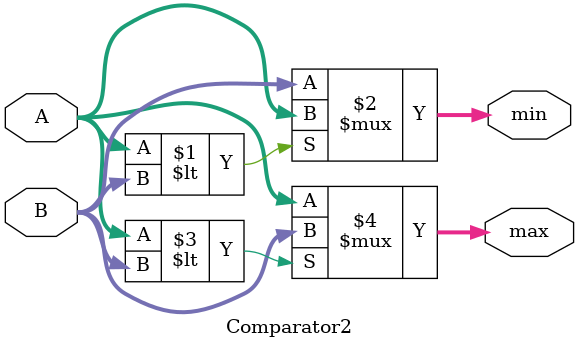
<source format=v>
module Comparator2(A, B, min, max);
    input  [3:0] A, B;
    output [3:0] min, max;

    assign min = (A < B) ? A : B;
    assign max = (A < B) ? B : A;
endmodule   
</source>
